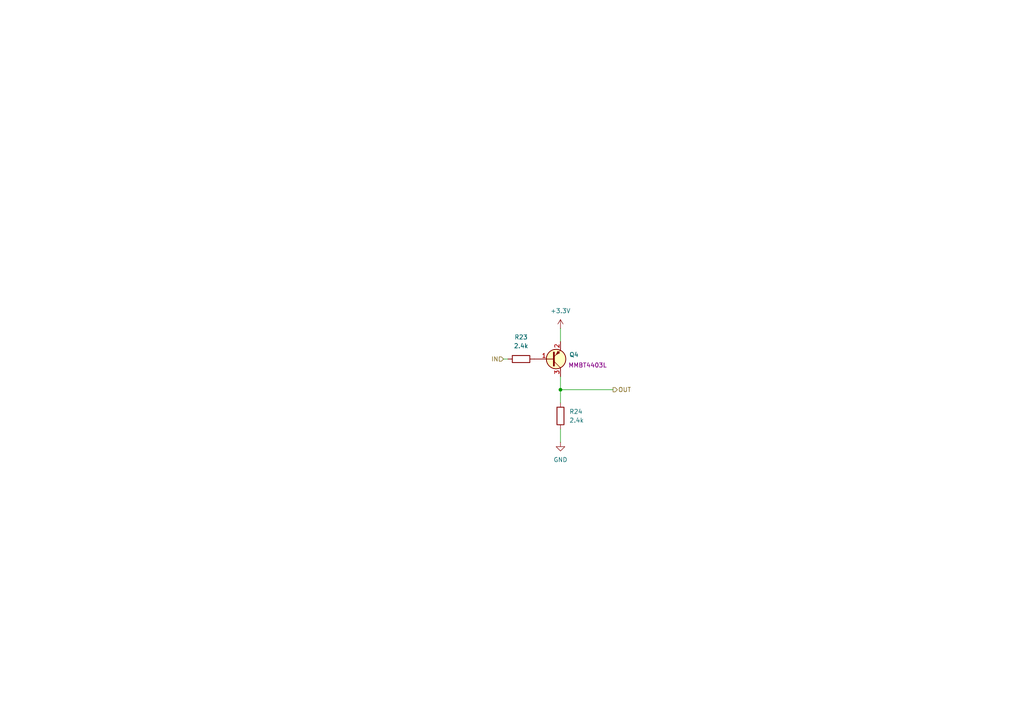
<source format=kicad_sch>
(kicad_sch (version 20250114) (generator "eeschema") (generator_version "9.0")
  (paper "A4")
  (lib_symbols
    (symbol "Resistor_AKL:R_0603" (pin_numbers (hide yes)) (pin_names (offset 0))
      (property "Reference" "R" (at 2.54 1.27 0))
      (property "Value" "R_0603" (at 2.54 -1.27 0))
      (symbol "R_0603_0_1"
        (rectangle (start -1.016 2.54) (end 1.016 -2.54) (stroke (width 0.254)))
      )
      (symbol "R_0603_0_2"
        (polyline (pts (xy -2.54 -2.54) (xy -1.524 -1.524)))
        (polyline (pts (xy 1.524 1.524) (xy 2.54 2.54)))
        (polyline (pts (xy 1.524 1.524) (xy 0.889 2.159) (xy -2.159 -0.889) (xy -0.889 -2.159) (xy 2.159 0.889) (xy 1.524 1.524)) (stroke (width 0.254)))
      )
      (symbol "R_0603_1_1"
        (pin passive line (at 0 3.81 270) (length 1.27) (name "~") (number "1"))
        (pin passive line (at 0 -3.81 90) (length 1.27) (name "~") (number "2"))
      )
      (symbol "R_0603_1_2"
        (pin passive line (at -2.54 -2.54 0) (length 0) (name "") (number "2"))
        (pin passive line (at 2.54 2.54 180) (length 0) (name "") (number "1"))
      )
    )
    (symbol "Transistor_BJT_AKL:2SA2018" (pin_names (hide yes))
      (property "Reference" "Q" (at 5.08 1.27 0))
      (property "Value" "2SA2018" (at 5.08 -1.27 0))
      (symbol "2SA2018_0_1"
        (polyline (pts (xy 0.635 0.635) (xy 2.54 2.54) (xy 2.54 2.54)))
        (polyline (pts (xy 0.635 -0.635) (xy 2.54 -2.54)))
        (polyline (pts (xy 0.635 -1.905) (xy 0.635 1.905) (xy 0.635 1.905)) (stroke (width 0.508)))
        (circle (center 1.27 0) (radius 2.8194) (stroke (width 0.254)) (fill (type background)))
        (polyline (pts (xy 2.286 1.778) (xy 1.778 2.286) (xy 1.27 1.27) (xy 2.286 1.778) (xy 2.286 1.778)) (fill (type outline)))
      )
      (symbol "2SA2018_1_1"
        (pin input line (at -5.08 0 0) (length 5.715) (name "B") (number "1"))
        (pin passive line (at 2.54 5.08 270) (length 2.54) (name "E") (number "2"))
        (pin passive line (at 2.54 -5.08 90) (length 2.54) (name "C") (number "3"))
      )
    )
    (symbol "power:+3.3V" (power) (pin_numbers (hide yes)) (pin_names (offset 0) (hide yes))
      (property "Value" "+3.3V" (at 0 3.556 0))
      (symbol "+3.3V_0_1"
        (polyline (pts (xy -0.762 1.27) (xy 0 2.54)))
        (polyline (pts (xy 0 2.54) (xy 0.762 1.27)))
        (polyline (pts (xy 0 0) (xy 0 2.54)))
      )
      (symbol "+3.3V_1_1"
        (pin power_in line (at 0 0 90) (length 0) (name "~") (number "1"))
      )
    )
    (symbol "power:GND" (power) (pin_numbers (hide yes)) (pin_names (offset 0) (hide yes))
      (property "Value" "GND" (at 0 -3.81 0))
      (symbol "GND_0_1"
        (polyline (pts (xy 0 0) (xy 0 -1.27) (xy 1.27 -1.27) (xy 0 -2.54) (xy -1.27 -1.27) (xy 0 -1.27)))
      )
      (symbol "GND_1_1"
        (pin power_in line (at 0 0 270) (length 0) (name "~") (number "1"))
      )
    )
  )
  (junction (at 162.56 113.03))
  (wire (pts (xy 146.05 104.14) (xy 147.32 104.14)))
  (wire (pts (xy 162.56 113.03) (xy 162.56 116.84)))
  (wire (pts (xy 162.56 95.25) (xy 162.56 99.06)))
  (wire (pts (xy 162.56 113.03) (xy 177.8 113.03)))
  (wire (pts (xy 162.56 124.46) (xy 162.56 128.27)))
  (wire (pts (xy 162.56 109.22) (xy 162.56 113.03)))
  (hierarchical_label "IN" (shape input) (at 146.05 104.14 180))
  (hierarchical_label "OUT" (shape output) (at 177.8 113.03 0))
  (symbol (lib_id "Transistor_BJT_AKL:2SA2018") (at 160.02 104.14 0) (unit 1)
    (property "Reference" "Q4" (at 165.1 102.8699 0) (effects (justify left)))
    (property "Value" "2SA2018" (effects (hide yes)))
    (property "Footprint" "Package_TO_SOT_SMD_AKL:SOT-416" (effects (hide yes)))
    (property "Datasheet" "https://www.tme.eu/Document/8bbe87b96a6ee2683f1239fbf67f0559/2sa2018tl-e.pdf" (effects (hide yes)))
    (property "Description" "PNP SOT-416 transistor, 12V, 500mA, 150mW, Alternate KiCAD Library" (effects (hide yes)))
    (property "Part number" "MMBT4403L" (at 170.434 105.918 0))
  )
  (symbol (lib_id "power:GND") (at 162.56 128.27 0) (unit 1)
    (property "Reference" "#PWR040" (effects (hide yes)))
    (property "Value" "GND" (at 162.56 133.35 0))
    (property "Description" "Power symbol creates a global label with name \"GND\" , ground" (effects (hide yes)))
  )
  (symbol (lib_id "Resistor_AKL:R_0603") (at 151.13 104.14 90) (unit 1)
    (property "Reference" "R23" (at 151.13 97.79 90))
    (property "Value" "2.4k" (at 151.13 100.33 90))
    (property "Footprint" "Resistor_SMD_AKL:R_0603_1608Metric" (effects (hide yes)))
    (property "Description" "SMD 0603 Chip Resistor, European Symbol, Alternate KiCad Library" (effects (hide yes)))
  )
  (symbol (lib_id "power:+3.3V") (at 162.56 95.25 0) (unit 1)
    (property "Reference" "#PWR039" (effects (hide yes)))
    (property "Value" "+3.3V" (at 162.56 90.17 0))
    (property "Description" "Power symbol creates a global label with name \"+3.3V\"" (effects (hide yes)))
  )
  (symbol (lib_id "Resistor_AKL:R_0603") (at 162.56 120.65 180) (unit 1)
    (property "Reference" "R24" (at 165.1 119.3799 0) (effects (justify right)))
    (property "Value" "2.4k" (at 165.1 121.9199 0) (effects (justify right)))
    (property "Footprint" "Resistor_SMD_AKL:R_0603_1608Metric" (effects (hide yes)))
    (property "Description" "SMD 0603 Chip Resistor, European Symbol, Alternate KiCad Library" (effects (hide yes)))
  )
)
</source>
